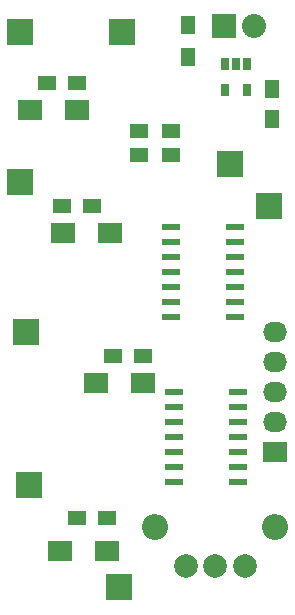
<source format=gts>
G04 #@! TF.FileFunction,Soldermask,Top*
%FSLAX46Y46*%
G04 Gerber Fmt 4.6, Leading zero omitted, Abs format (unit mm)*
G04 Created by KiCad (PCBNEW 0.201505220134+5676~23~ubuntu14.04.1-product) date Mon 25 May 2015 02:30:49 PM EDT*
%MOMM*%
G01*
G04 APERTURE LIST*
%ADD10C,0.100000*%
%ADD11R,1.250000X1.500000*%
%ADD12R,1.500000X1.250000*%
%ADD13R,2.032000X2.032000*%
%ADD14O,2.032000X2.032000*%
%ADD15R,1.300000X1.500000*%
%ADD16R,1.500000X1.300000*%
%ADD17R,2.000000X1.700000*%
%ADD18R,0.650000X1.060000*%
%ADD19R,1.500000X0.600000*%
%ADD20R,2.032000X1.727200*%
%ADD21O,2.032000X1.727200*%
%ADD22R,2.235200X2.235200*%
%ADD23C,2.000000*%
%ADD24O,2.200000X2.200000*%
G04 APERTURE END LIST*
D10*
D11*
X101346000Y-74442000D03*
X101346000Y-76942000D03*
D12*
X84816000Y-73914000D03*
X82316000Y-73914000D03*
X87356000Y-110744000D03*
X84856000Y-110744000D03*
X86086000Y-84328000D03*
X83586000Y-84328000D03*
D13*
X97282000Y-69088000D03*
D14*
X99822000Y-69088000D03*
D15*
X94234000Y-71708000D03*
X94234000Y-69008000D03*
D16*
X92790000Y-80010000D03*
X90090000Y-80010000D03*
X90090000Y-77978000D03*
X92790000Y-77978000D03*
D17*
X84804000Y-76200000D03*
X80804000Y-76200000D03*
X90392000Y-99314000D03*
X86392000Y-99314000D03*
X87344000Y-113538000D03*
X83344000Y-113538000D03*
X87598000Y-86614000D03*
X83598000Y-86614000D03*
D18*
X99248000Y-72306000D03*
X98298000Y-72306000D03*
X97348000Y-72306000D03*
X97348000Y-74506000D03*
X99248000Y-74506000D03*
D19*
X92804000Y-86106000D03*
X92804000Y-87376000D03*
X92804000Y-88646000D03*
X92804000Y-89916000D03*
X92804000Y-91186000D03*
X92804000Y-92456000D03*
X92804000Y-93726000D03*
X98204000Y-93726000D03*
X98204000Y-92456000D03*
X98204000Y-91186000D03*
X98204000Y-89916000D03*
X98204000Y-88646000D03*
X98204000Y-87376000D03*
X98204000Y-86106000D03*
X98458000Y-107696000D03*
X98458000Y-106426000D03*
X98458000Y-105156000D03*
X98458000Y-103886000D03*
X98458000Y-102616000D03*
X98458000Y-101346000D03*
X98458000Y-100076000D03*
X93058000Y-100076000D03*
X93058000Y-101346000D03*
X93058000Y-102616000D03*
X93058000Y-103886000D03*
X93058000Y-105156000D03*
X93058000Y-106426000D03*
X93058000Y-107696000D03*
D12*
X90404000Y-97028000D03*
X87904000Y-97028000D03*
D20*
X101600000Y-105156000D03*
D21*
X101600000Y-102616000D03*
X101600000Y-100076000D03*
X101600000Y-97536000D03*
X101600000Y-94996000D03*
D22*
X88646000Y-69596000D03*
X101092000Y-84328000D03*
X97790000Y-80772000D03*
X88392000Y-116586000D03*
X80010000Y-69596000D03*
X80518000Y-94996000D03*
X80772000Y-107950000D03*
X80010000Y-82296000D03*
D23*
X99020000Y-114808000D03*
X96520000Y-114808000D03*
X94020000Y-114808000D03*
D24*
X101620000Y-111508000D03*
X91420000Y-111508000D03*
M02*

</source>
